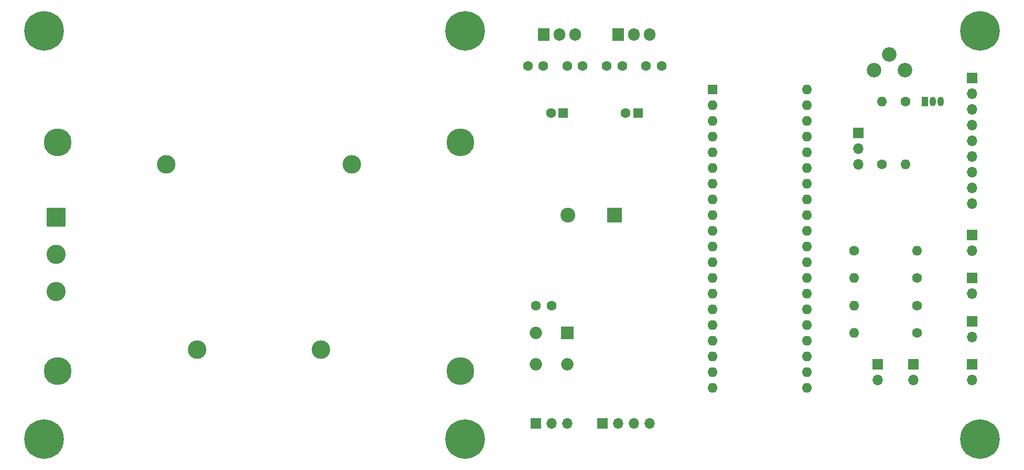
<source format=gbr>
%TF.GenerationSoftware,KiCad,Pcbnew,(6.0.2)*%
%TF.CreationDate,2022-03-15T19:59:36+01:00*%
%TF.ProjectId,GPSDO,47505344-4f2e-46b6-9963-61645f706362,rev?*%
%TF.SameCoordinates,Original*%
%TF.FileFunction,Soldermask,Top*%
%TF.FilePolarity,Negative*%
%FSLAX46Y46*%
G04 Gerber Fmt 4.6, Leading zero omitted, Abs format (unit mm)*
G04 Created by KiCad (PCBNEW (6.0.2)) date 2022-03-15 19:59:36*
%MOMM*%
%LPD*%
G01*
G04 APERTURE LIST*
G04 Aperture macros list*
%AMRoundRect*
0 Rectangle with rounded corners*
0 $1 Rounding radius*
0 $2 $3 $4 $5 $6 $7 $8 $9 X,Y pos of 4 corners*
0 Add a 4 corners polygon primitive as box body*
4,1,4,$2,$3,$4,$5,$6,$7,$8,$9,$2,$3,0*
0 Add four circle primitives for the rounded corners*
1,1,$1+$1,$2,$3*
1,1,$1+$1,$4,$5*
1,1,$1+$1,$6,$7*
1,1,$1+$1,$8,$9*
0 Add four rect primitives between the rounded corners*
20,1,$1+$1,$2,$3,$4,$5,0*
20,1,$1+$1,$4,$5,$6,$7,0*
20,1,$1+$1,$6,$7,$8,$9,0*
20,1,$1+$1,$8,$9,$2,$3,0*%
G04 Aperture macros list end*
%ADD10R,1.600000X1.600000*%
%ADD11O,1.600000X1.600000*%
%ADD12O,1.700000X1.700000*%
%ADD13R,1.700000X1.700000*%
%ADD14C,4.500000*%
%ADD15C,3.000000*%
%ADD16C,6.400000*%
%ADD17O,1.905000X2.000000*%
%ADD18R,1.905000X2.000000*%
%ADD19C,1.600000*%
%ADD20R,2.400000X2.400000*%
%ADD21C,2.400000*%
%ADD22O,2.000000X2.000000*%
%ADD23R,2.000000X2.000000*%
%ADD24C,0.800000*%
%ADD25RoundRect,0.249999X-1.300001X1.300001X-1.300001X-1.300001X1.300001X-1.300001X1.300001X1.300001X0*%
%ADD26C,3.100000*%
%ADD27O,1.050000X1.500000*%
%ADD28R,1.050000X1.500000*%
%ADD29C,2.340000*%
G04 APERTURE END LIST*
D10*
%TO.C,BP1*%
X150495000Y-45720000D03*
D11*
X165735000Y-93980000D03*
X150495000Y-48260000D03*
X165735000Y-91440000D03*
X150495000Y-50800000D03*
X165735000Y-88900000D03*
X150495000Y-53340000D03*
X165735000Y-86360000D03*
X150495000Y-55880000D03*
X165735000Y-83820000D03*
X150495000Y-58420000D03*
X165735000Y-81280000D03*
X150495000Y-60960000D03*
X165735000Y-78740000D03*
X150495000Y-63500000D03*
X165735000Y-76200000D03*
X150495000Y-66040000D03*
X165735000Y-73660000D03*
X150495000Y-68580000D03*
X165735000Y-71120000D03*
X150495000Y-71120000D03*
X165735000Y-68580000D03*
X150495000Y-73660000D03*
X165735000Y-66040000D03*
X150495000Y-76200000D03*
X165735000Y-63500000D03*
X150495000Y-78740000D03*
X165735000Y-60960000D03*
X150495000Y-81280000D03*
X165735000Y-58420000D03*
X150495000Y-83820000D03*
X165735000Y-55880000D03*
X150495000Y-86360000D03*
X165735000Y-53340000D03*
X150495000Y-88900000D03*
X165735000Y-50800000D03*
X150495000Y-91440000D03*
X165735000Y-48260000D03*
X150495000Y-93980000D03*
X165735000Y-45720000D03*
%TD*%
D12*
%TO.C,J4*%
X127000000Y-99695000D03*
X124460000Y-99695000D03*
D13*
X121920000Y-99695000D03*
%TD*%
D14*
%TO.C,T1*%
X109730000Y-54285000D03*
X109730000Y-91285000D03*
X44730000Y-91285000D03*
X44730000Y-54285000D03*
D15*
X67230000Y-87785000D03*
X87230000Y-87785000D03*
X92230000Y-57785000D03*
X62230000Y-57785000D03*
%TD*%
D16*
%TO.C,H6*%
X110490000Y-36195000D03*
%TD*%
%TO.C,H5*%
X193675000Y-102235000D03*
%TD*%
%TO.C,H3*%
X193675000Y-36195000D03*
%TD*%
%TO.C,H2*%
X42545000Y-36195000D03*
%TD*%
%TO.C,H1*%
X110490000Y-102235000D03*
%TD*%
D17*
%TO.C,U1*%
X140335000Y-36830000D03*
X137795000Y-36830000D03*
D18*
X135255000Y-36830000D03*
%TD*%
D12*
%TO.C,D4*%
X192405000Y-92710000D03*
D13*
X192405000Y-90170000D03*
%TD*%
D12*
%TO.C,D3*%
X192405000Y-78740000D03*
D13*
X192405000Y-76200000D03*
%TD*%
D12*
%TO.C,D2*%
X192405000Y-71755000D03*
D13*
X192405000Y-69215000D03*
%TD*%
D12*
%TO.C,D1*%
X192405000Y-85725000D03*
D13*
X192405000Y-83185000D03*
%TD*%
D19*
%TO.C,C1*%
X124460000Y-80645000D03*
X121960000Y-80645000D03*
%TD*%
D20*
%TO.C,C2*%
X134620000Y-66040000D03*
D21*
X127120000Y-66040000D03*
%TD*%
D19*
%TO.C,C3*%
X133390000Y-41910000D03*
X135890000Y-41910000D03*
%TD*%
%TO.C,C4*%
X123150000Y-41910000D03*
X120650000Y-41910000D03*
%TD*%
%TO.C,C5*%
X142240000Y-41910000D03*
X139740000Y-41910000D03*
%TD*%
%TO.C,C6*%
X127000000Y-41910000D03*
X129500000Y-41910000D03*
%TD*%
%TO.C,C7*%
X136430000Y-49530000D03*
D10*
X138430000Y-49530000D03*
%TD*%
%TO.C,C8*%
X126365000Y-49530000D03*
D19*
X124365000Y-49530000D03*
%TD*%
D22*
%TO.C,D5*%
X127000000Y-90170000D03*
X121920000Y-85090000D03*
X121920000Y-90170000D03*
D23*
X127000000Y-85090000D03*
%TD*%
D24*
%TO.C,H4*%
X44242056Y-100537944D03*
X42545000Y-99835000D03*
X40847944Y-100537944D03*
X40145000Y-102235000D03*
X40847944Y-103932056D03*
X42545000Y-104635000D03*
X44242056Y-103932056D03*
X44945000Y-102235000D03*
D16*
X42545000Y-102235000D03*
%TD*%
D13*
%TO.C,J1*%
X173990000Y-52705000D03*
D12*
X173990000Y-55245000D03*
X173990000Y-57785000D03*
%TD*%
D25*
%TO.C,J2*%
X44450000Y-66390000D03*
D26*
X44450000Y-72390000D03*
X44450000Y-78390000D03*
%TD*%
D13*
%TO.C,J3*%
X132715000Y-99695000D03*
D12*
X135255000Y-99695000D03*
X137795000Y-99695000D03*
X140335000Y-99695000D03*
%TD*%
D13*
%TO.C,J5*%
X192405000Y-43815000D03*
D12*
X192405000Y-46355000D03*
X192405000Y-48895000D03*
X192405000Y-51435000D03*
X192405000Y-53975000D03*
X192405000Y-56515000D03*
X192405000Y-59055000D03*
X192405000Y-61595000D03*
X192405000Y-64135000D03*
%TD*%
D27*
%TO.C,Q1*%
X186055000Y-47625000D03*
X187325000Y-47625000D03*
D28*
X184785000Y-47625000D03*
%TD*%
D11*
%TO.C,R1*%
X173355000Y-80645000D03*
D19*
X183515000Y-80645000D03*
%TD*%
%TO.C,R2*%
X173355000Y-71755000D03*
D11*
X183515000Y-71755000D03*
%TD*%
%TO.C,R3*%
X173355000Y-76200000D03*
D19*
X183515000Y-76200000D03*
%TD*%
D11*
%TO.C,R4*%
X177800000Y-47625000D03*
D19*
X177800000Y-57785000D03*
%TD*%
%TO.C,R5*%
X181610000Y-47625000D03*
D11*
X181610000Y-57785000D03*
%TD*%
D19*
%TO.C,R6*%
X183515000Y-85090000D03*
D11*
X173355000Y-85090000D03*
%TD*%
D29*
%TO.C,RV1*%
X181530000Y-42545000D03*
X179030000Y-40045000D03*
X176530000Y-42545000D03*
%TD*%
D12*
%TO.C,SW1*%
X177165000Y-92710000D03*
D13*
X177165000Y-90170000D03*
%TD*%
%TO.C,SW2*%
X182880000Y-90170000D03*
D12*
X182880000Y-92710000D03*
%TD*%
D18*
%TO.C,U2*%
X123190000Y-36830000D03*
D17*
X125730000Y-36830000D03*
X128270000Y-36830000D03*
%TD*%
M02*

</source>
